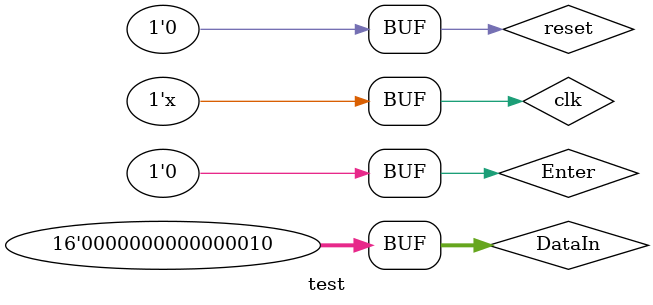
<source format=sv>
`timescale 1ns / 1ps


module test();
    logic clk, reset;
    logic Enter;
    logic [15:0] DataIn;
    logic [15:0] ToDisplay;
    logic [4:0] Flags;
    logic [2:0] Status;
    
    S7_actividad1 DUT(.clk(clk),
                      .reset(reset),
                      .Enter(Enter),
                      .DataIn(DataIn),
                      .ToDisplay(ToDisplay),
                      .Flags(Flags),
                      .Status(Status));
    
    always #7 clk = ~clk;
    
    initial begin 
    reset= 1;
    clk = 0;
    Enter= 0;
    
    #20 reset = 0;
        DataIn = 15'h8;
        
    #15 Enter = 1;
    #25 Enter = 0;
    
    #10 DataIn = 15'h3;
    #30 DataIn = 15'h7;
    
    
    
    

    #15 Enter = 1;
    #25 Enter = 0;
    
    #20 DataIn = 15'h2;
    
    #38 Enter = 1;
    #17 Enter = 0;
    
 
    
  
    end       
endmodule

</source>
